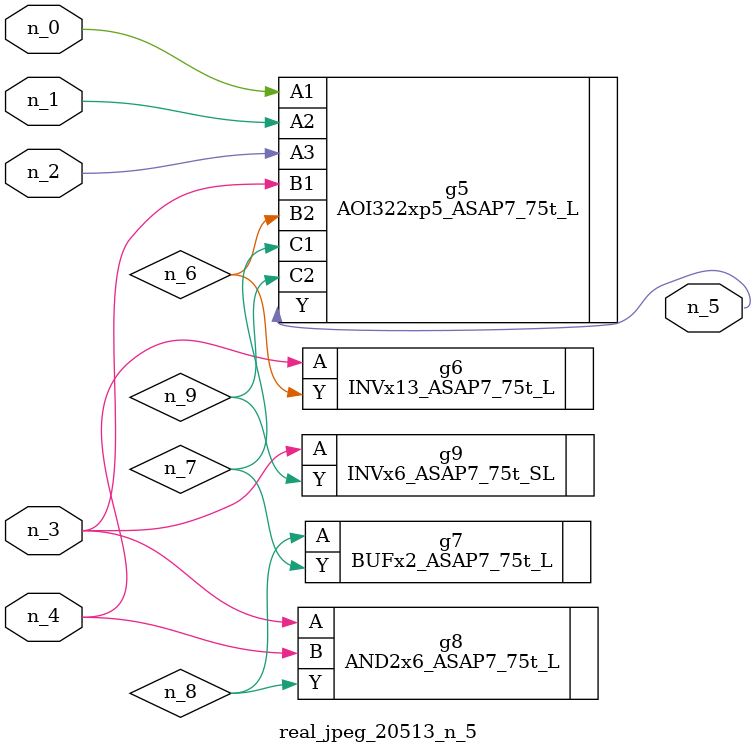
<source format=v>
module real_jpeg_20513_n_5 (n_4, n_0, n_1, n_2, n_3, n_5);

input n_4;
input n_0;
input n_1;
input n_2;
input n_3;

output n_5;

wire n_8;
wire n_6;
wire n_7;
wire n_9;

AOI322xp5_ASAP7_75t_L g5 ( 
.A1(n_0),
.A2(n_1),
.A3(n_2),
.B1(n_3),
.B2(n_6),
.C1(n_7),
.C2(n_9),
.Y(n_5)
);

AND2x6_ASAP7_75t_L g8 ( 
.A(n_3),
.B(n_4),
.Y(n_8)
);

INVx6_ASAP7_75t_SL g9 ( 
.A(n_3),
.Y(n_9)
);

INVx13_ASAP7_75t_L g6 ( 
.A(n_4),
.Y(n_6)
);

BUFx2_ASAP7_75t_L g7 ( 
.A(n_8),
.Y(n_7)
);


endmodule
</source>
